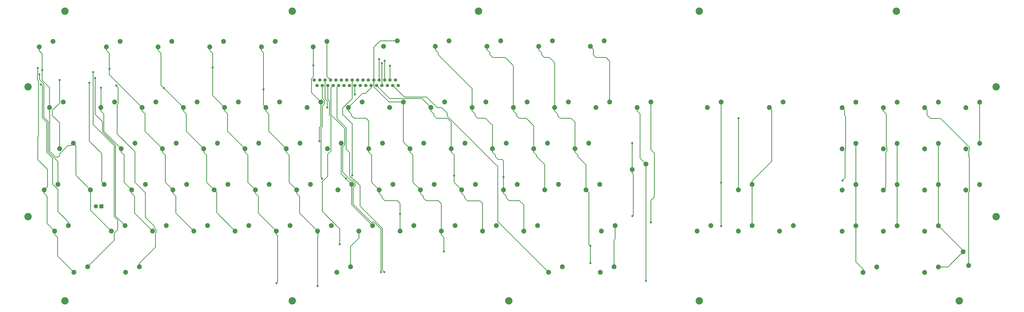
<source format=gbr>
G04 #@! TF.GenerationSoftware,KiCad,Pcbnew,(5.1.0-0)*
G04 #@! TF.CreationDate,2019-04-14T21:30:17+10:00*
G04 #@! TF.ProjectId,A1200KB,41313230-304b-4422-9e6b-696361645f70,rev?*
G04 #@! TF.SameCoordinates,Original*
G04 #@! TF.FileFunction,Copper,L2,Bot*
G04 #@! TF.FilePolarity,Positive*
%FSLAX46Y46*%
G04 Gerber Fmt 4.6, Leading zero omitted, Abs format (unit mm)*
G04 Created by KiCad (PCBNEW (5.1.0-0)) date 2019-04-14 21:30:17*
%MOMM*%
%LPD*%
G04 APERTURE LIST*
%ADD10C,2.250000*%
%ADD11C,3.400000*%
%ADD12C,1.524000*%
%ADD13C,1.905000*%
%ADD14R,1.905000X1.905000*%
%ADD15C,1.000000*%
%ADD16C,0.350000*%
G04 APERTURE END LIST*
D10*
X182196000Y-34304000D03*
X188546000Y-31764000D03*
X205564000Y-98118000D03*
X199214000Y-100658000D03*
X156034000Y-31990000D03*
X149684000Y-34530000D03*
D11*
X240000000Y-152000000D03*
X140000000Y-18000000D03*
X35000000Y-18000000D03*
X419000000Y-18000000D03*
X328000000Y-18000000D03*
X226000000Y-18000000D03*
X465000000Y-113000000D03*
X465000000Y-53000000D03*
X448000000Y-152000000D03*
X328000000Y-152000000D03*
X140000000Y-152000000D03*
X35000000Y-152000000D03*
X18000000Y-113000000D03*
X18000000Y-53000000D03*
D10*
X297004000Y-91260000D03*
X303354000Y-88720000D03*
X400266000Y-79122000D03*
X393916000Y-81662000D03*
X419316000Y-117222000D03*
X412966000Y-119762000D03*
X153240000Y-60018000D03*
X146890000Y-62558000D03*
X29542000Y-32018000D03*
X23192000Y-34558000D03*
X57990000Y-60018000D03*
X51640000Y-62558000D03*
X77040000Y-60018000D03*
X70690000Y-62558000D03*
X96090000Y-60018000D03*
X89740000Y-62558000D03*
X115140000Y-60018000D03*
X108790000Y-62558000D03*
X134190000Y-60018000D03*
X127840000Y-62558000D03*
X172290000Y-60018000D03*
X165940000Y-62558000D03*
X191340000Y-60018000D03*
X184990000Y-62558000D03*
X210390000Y-60018000D03*
X204040000Y-62558000D03*
X229440000Y-60018000D03*
X223090000Y-62558000D03*
X248490000Y-60018000D03*
X242140000Y-62558000D03*
X267540000Y-60018000D03*
X261190000Y-62558000D03*
X286590000Y-60018000D03*
X280240000Y-62558000D03*
X305640000Y-60018000D03*
X299290000Y-62558000D03*
X400266000Y-60072000D03*
X393916000Y-62612000D03*
X419316000Y-60072000D03*
X412966000Y-62612000D03*
X438366000Y-60072000D03*
X432016000Y-62612000D03*
X457416000Y-60072000D03*
X451066000Y-62612000D03*
X67388000Y-79068000D03*
X61038000Y-81608000D03*
X86438000Y-79068000D03*
X80088000Y-81608000D03*
X105488000Y-79068000D03*
X99138000Y-81608000D03*
X124538000Y-79068000D03*
X118188000Y-81608000D03*
X143588000Y-79068000D03*
X137238000Y-81608000D03*
X162638000Y-79068000D03*
X156288000Y-81608000D03*
X181688000Y-79068000D03*
X175338000Y-81608000D03*
X200738000Y-79068000D03*
X194388000Y-81608000D03*
X219788000Y-79068000D03*
X213438000Y-81608000D03*
X238838000Y-79068000D03*
X232488000Y-81608000D03*
X257888000Y-79068000D03*
X251538000Y-81608000D03*
X276938000Y-79068000D03*
X270588000Y-81608000D03*
X419316000Y-79122000D03*
X412966000Y-81662000D03*
X438366000Y-79122000D03*
X432016000Y-81662000D03*
X457416000Y-79122000D03*
X451066000Y-81662000D03*
X72214000Y-98118000D03*
X65864000Y-100658000D03*
X91264000Y-98118000D03*
X84914000Y-100658000D03*
X110314000Y-98118000D03*
X103964000Y-100658000D03*
X129364000Y-98118000D03*
X123014000Y-100658000D03*
X148414000Y-98118000D03*
X142064000Y-100658000D03*
X167464000Y-98118000D03*
X161114000Y-100658000D03*
X186514000Y-98118000D03*
X180164000Y-100658000D03*
X224614000Y-98118000D03*
X218264000Y-100658000D03*
X243918000Y-98118000D03*
X237568000Y-100658000D03*
X262968000Y-98118000D03*
X256618000Y-100658000D03*
X282018000Y-98118000D03*
X275668000Y-100658000D03*
X352384000Y-98118000D03*
X346034000Y-100658000D03*
X400266000Y-98172000D03*
X393916000Y-100712000D03*
X419316000Y-98172000D03*
X412966000Y-100712000D03*
X438366000Y-98172000D03*
X432016000Y-100712000D03*
X457416000Y-98172000D03*
X451066000Y-100712000D03*
X62816000Y-117168000D03*
X56466000Y-119708000D03*
X81866000Y-117168000D03*
X75516000Y-119708000D03*
X100916000Y-117168000D03*
X94566000Y-119708000D03*
X119966000Y-117168000D03*
X113616000Y-119708000D03*
X139016000Y-117168000D03*
X132666000Y-119708000D03*
X158066000Y-117168000D03*
X151716000Y-119708000D03*
X177116000Y-117168000D03*
X170766000Y-119708000D03*
X196166000Y-117168000D03*
X189816000Y-119708000D03*
X208870000Y-119710000D03*
X215220000Y-117170000D03*
X234260000Y-117190000D03*
X227910000Y-119730000D03*
X253316000Y-117168000D03*
X246966000Y-119708000D03*
X333334000Y-117168000D03*
X326984000Y-119708000D03*
X352384000Y-117168000D03*
X346034000Y-119708000D03*
X371434000Y-117168000D03*
X365084000Y-119708000D03*
X400266000Y-117222000D03*
X393916000Y-119762000D03*
X438366000Y-117222000D03*
X432016000Y-119762000D03*
X438366000Y-136272000D03*
X432016000Y-138812000D03*
X366658000Y-60004000D03*
X360308000Y-62544000D03*
X34212000Y-60018000D03*
X27862000Y-62558000D03*
X338062000Y-60004000D03*
X331712000Y-62544000D03*
X264746000Y-136218000D03*
X258396000Y-138758000D03*
D12*
X150160000Y-49890000D03*
X151410000Y-52390000D03*
X152660000Y-49890000D03*
X153910000Y-52390000D03*
X155160000Y-49890000D03*
X156410000Y-52390000D03*
X157660000Y-49890000D03*
X158910000Y-52390000D03*
X160160000Y-49890000D03*
X161410000Y-52390000D03*
X162660000Y-49890000D03*
X163910000Y-52390000D03*
X165160000Y-49890000D03*
X166410000Y-52390000D03*
X167660000Y-49890000D03*
X168910000Y-52390000D03*
X170160000Y-49890000D03*
X171410000Y-52390000D03*
X172660000Y-49890000D03*
X173910000Y-52390000D03*
X175160000Y-49890000D03*
X176410000Y-52390000D03*
X177660000Y-49890000D03*
X178910000Y-52390000D03*
X180160000Y-49890000D03*
X181410000Y-52390000D03*
X182660000Y-49890000D03*
X183910000Y-52390000D03*
X185160000Y-49890000D03*
X186410000Y-52390000D03*
X187660000Y-49890000D03*
X188910000Y-52390000D03*
D10*
X54180000Y-34558000D03*
X60530000Y-32018000D03*
X78056000Y-34530000D03*
X84406000Y-31990000D03*
X108282000Y-32018000D03*
X101932000Y-34558000D03*
X125808000Y-34530000D03*
X132158000Y-31990000D03*
X212422000Y-31764000D03*
X206072000Y-34304000D03*
X229948000Y-34304000D03*
X236298000Y-31764000D03*
X260174000Y-31764000D03*
X253824000Y-34304000D03*
X277700000Y-34304000D03*
X284050000Y-31764000D03*
X32590000Y-81608000D03*
X38940000Y-79068000D03*
X31828000Y-98118000D03*
X25478000Y-100658000D03*
X53164000Y-98118000D03*
X46814000Y-100658000D03*
D13*
X49354000Y-108278000D03*
D14*
X51894000Y-108278000D03*
D10*
X30304000Y-119708000D03*
X36654000Y-117168000D03*
X282780000Y-119708000D03*
X289130000Y-117168000D03*
X449796000Y-129314000D03*
X452336000Y-135664000D03*
X45544000Y-136218000D03*
X39194000Y-138758000D03*
X63070000Y-138758000D03*
X69420000Y-136218000D03*
X160606000Y-138758000D03*
X166956000Y-136218000D03*
X282272000Y-138758000D03*
X288622000Y-136218000D03*
X403568000Y-138812000D03*
X409918000Y-136272000D03*
D15*
X24505001Y-45264999D03*
X167650000Y-93950000D03*
X55550000Y-44700000D03*
X80771000Y-53589000D03*
X103273099Y-44096901D03*
X132721099Y-143778901D03*
X126715001Y-54154999D03*
X151680000Y-145150000D03*
X149764001Y-43105999D03*
X164830000Y-95450000D03*
X152550000Y-78160000D03*
X210050000Y-129220000D03*
X237568000Y-94742000D03*
X180160000Y-40210000D03*
X181400000Y-42070000D03*
X277630000Y-126560000D03*
X277660000Y-134540000D03*
X182660000Y-40950000D03*
X303300000Y-142720000D03*
X185160000Y-43260000D03*
X22480000Y-44290000D03*
X161956001Y-125783999D03*
X156180000Y-62550000D03*
X346073099Y-67566901D03*
X51670000Y-53390000D03*
X394080000Y-96360000D03*
X168915000Y-56575000D03*
X189816000Y-111784000D03*
X181006001Y-138696001D03*
X32530000Y-49890000D03*
X297015000Y-112775000D03*
X297004000Y-78984000D03*
X182520000Y-138670000D03*
X46307249Y-51152751D03*
X338062000Y-117468000D03*
X338062000Y-97348000D03*
X23250000Y-47280000D03*
X49019999Y-48909999D03*
X305600000Y-115760000D03*
X23900000Y-51900000D03*
X153830000Y-95460000D03*
X48040000Y-46240000D03*
X58680000Y-52410000D03*
X214779099Y-94040901D03*
D16*
X156034000Y-48264000D02*
X157660000Y-49890000D01*
X156034000Y-31990000D02*
X156034000Y-48264000D01*
X24533099Y-37711097D02*
X24533099Y-49983099D01*
X23192000Y-36369998D02*
X24533099Y-37711097D01*
X23192000Y-34558000D02*
X23192000Y-36369998D01*
X27862000Y-53312000D02*
X27862000Y-62558000D01*
X24533099Y-49983099D02*
X27862000Y-53312000D01*
X45689001Y-99533001D02*
X46814000Y-100658000D01*
X40064999Y-93908999D02*
X45689001Y-99533001D01*
X40064999Y-80192999D02*
X40064999Y-93908999D01*
X38940000Y-79068000D02*
X40064999Y-80192999D01*
X46894001Y-110136001D02*
X56466000Y-119708000D01*
X46894001Y-102549999D02*
X46894001Y-110136001D01*
X46814000Y-102469998D02*
X46894001Y-102549999D01*
X46814000Y-100658000D02*
X46814000Y-102469998D01*
X27862000Y-64148990D02*
X27862000Y-62558000D01*
X27942001Y-64228991D02*
X27862000Y-64148990D01*
X27942001Y-82768003D02*
X27942001Y-64228991D01*
X30671999Y-85498001D02*
X27942001Y-82768003D01*
X31968001Y-85498001D02*
X30671999Y-85498001D01*
X32670001Y-84796001D02*
X31968001Y-85498001D01*
X36373003Y-80192999D02*
X32670001Y-83896001D01*
X37815001Y-80192999D02*
X36373003Y-80192999D01*
X32670001Y-83896001D02*
X32670001Y-84796001D01*
X38940000Y-79068000D02*
X37815001Y-80192999D01*
X167660000Y-58469998D02*
X167660000Y-49890000D01*
X163319999Y-62809999D02*
X167660000Y-58469998D01*
X163319999Y-65746001D02*
X163319999Y-62809999D01*
X167650000Y-70076002D02*
X163319999Y-65746001D01*
X167650000Y-93950000D02*
X167650000Y-70076002D01*
X55531099Y-47399099D02*
X69565001Y-61433001D01*
X69565001Y-61433001D02*
X70690000Y-62558000D01*
X55531099Y-37500089D02*
X55531099Y-47399099D01*
X54180000Y-36148990D02*
X55531099Y-37500089D01*
X54180000Y-34558000D02*
X54180000Y-36148990D01*
X78963001Y-80483001D02*
X80088000Y-81608000D01*
X72031099Y-73551099D02*
X78963001Y-80483001D01*
X72031099Y-65490089D02*
X72031099Y-73551099D01*
X70690000Y-64148990D02*
X72031099Y-65490089D01*
X70690000Y-62558000D02*
X70690000Y-64148990D01*
X81429099Y-97173099D02*
X83789001Y-99533001D01*
X81429099Y-84540089D02*
X81429099Y-97173099D01*
X80088000Y-83198990D02*
X81429099Y-84540089D01*
X83789001Y-99533001D02*
X84914000Y-100658000D01*
X80088000Y-81608000D02*
X80088000Y-83198990D01*
X86255099Y-111397099D02*
X93441001Y-118583001D01*
X93441001Y-118583001D02*
X94566000Y-119708000D01*
X86255099Y-103590089D02*
X86255099Y-111397099D01*
X84914000Y-102248990D02*
X86255099Y-103590089D01*
X84914000Y-100658000D02*
X84914000Y-102248990D01*
X88615001Y-61433001D02*
X89740000Y-62558000D01*
X79397099Y-37462089D02*
X79397099Y-52215099D01*
X79397099Y-52215099D02*
X80771000Y-53589000D01*
X78056000Y-36120990D02*
X79397099Y-37462089D01*
X78056000Y-34530000D02*
X78056000Y-36120990D01*
X91081099Y-73551099D02*
X98013001Y-80483001D01*
X91081099Y-65490089D02*
X91081099Y-73551099D01*
X89740000Y-64148990D02*
X91081099Y-65490089D01*
X98013001Y-80483001D02*
X99138000Y-81608000D01*
X89740000Y-62558000D02*
X89740000Y-64148990D01*
X100479099Y-97173099D02*
X102839001Y-99533001D01*
X100479099Y-84540089D02*
X100479099Y-97173099D01*
X99138000Y-83198990D02*
X100479099Y-84540089D01*
X102839001Y-99533001D02*
X103964000Y-100658000D01*
X99138000Y-81608000D02*
X99138000Y-83198990D01*
X112491001Y-118583001D02*
X113616000Y-119708000D01*
X105088999Y-111180999D02*
X112491001Y-118583001D01*
X105088999Y-101782999D02*
X105088999Y-111180999D01*
X103964000Y-100658000D02*
X105088999Y-101782999D01*
X80771000Y-53589000D02*
X88615001Y-61433001D01*
X107665001Y-61433001D02*
X108790000Y-62558000D01*
X103273099Y-57041099D02*
X107665001Y-61433001D01*
X103273099Y-37490089D02*
X103273099Y-44096901D01*
X101932000Y-36148990D02*
X103273099Y-37490089D01*
X101932000Y-34558000D02*
X101932000Y-36148990D01*
X110131099Y-73551099D02*
X117063001Y-80483001D01*
X110131099Y-65490089D02*
X110131099Y-73551099D01*
X117063001Y-80483001D02*
X118188000Y-81608000D01*
X108790000Y-64148990D02*
X110131099Y-65490089D01*
X108790000Y-62558000D02*
X108790000Y-64148990D01*
X119529099Y-84540089D02*
X119529099Y-97173099D01*
X118188000Y-83198990D02*
X119529099Y-84540089D01*
X121889001Y-99533001D02*
X123014000Y-100658000D01*
X119529099Y-97173099D02*
X121889001Y-99533001D01*
X118188000Y-81608000D02*
X118188000Y-83198990D01*
X131541001Y-118583001D02*
X132666000Y-119708000D01*
X124355099Y-103590089D02*
X124355099Y-111397099D01*
X123014000Y-102248990D02*
X124355099Y-103590089D01*
X124355099Y-111397099D02*
X131541001Y-118583001D01*
X123014000Y-100658000D02*
X123014000Y-102248990D01*
X103273099Y-44096901D02*
X103273099Y-57041099D01*
X133221098Y-143278902D02*
X132721099Y-143778901D01*
X133221098Y-121854088D02*
X133221098Y-143278902D01*
X132666000Y-121298990D02*
X133221098Y-121854088D01*
X132666000Y-119708000D02*
X132666000Y-121298990D01*
X125808000Y-36341998D02*
X126715001Y-37248999D01*
X126715001Y-61433001D02*
X127840000Y-62558000D01*
X126715001Y-37248999D02*
X126715001Y-54154999D01*
X125808000Y-34530000D02*
X125808000Y-36341998D01*
X136113001Y-80483001D02*
X137238000Y-81608000D01*
X129181099Y-73551099D02*
X136113001Y-80483001D01*
X127840000Y-64148990D02*
X129181099Y-65490089D01*
X129181099Y-65490089D02*
X129181099Y-73551099D01*
X127840000Y-62558000D02*
X127840000Y-64148990D01*
X140939001Y-99533001D02*
X142064000Y-100658000D01*
X138579099Y-97173099D02*
X140939001Y-99533001D01*
X138579099Y-84540089D02*
X138579099Y-97173099D01*
X137238000Y-83198990D02*
X138579099Y-84540089D01*
X137238000Y-81608000D02*
X137238000Y-83198990D01*
X143405099Y-111397099D02*
X150591001Y-118583001D01*
X143405099Y-103590089D02*
X143405099Y-111397099D01*
X150591001Y-118583001D02*
X151716000Y-119708000D01*
X142064000Y-102248990D02*
X143405099Y-103590089D01*
X142064000Y-100658000D02*
X142064000Y-102248990D01*
X126715001Y-54154999D02*
X126715001Y-61433001D01*
X151830000Y-120940000D02*
X151716000Y-120826000D01*
X151716000Y-120826000D02*
X151716000Y-119708000D01*
X151830000Y-122862002D02*
X151830000Y-120940000D01*
X151680000Y-123012002D02*
X151830000Y-122862002D01*
X151680000Y-145150000D02*
X151680000Y-123012002D01*
X152115001Y-58893001D02*
X153240000Y-60018000D01*
X148922999Y-49296239D02*
X148922999Y-55700999D01*
X148922999Y-55700999D02*
X152115001Y-58893001D01*
X149764001Y-36200991D02*
X149764001Y-43105999D01*
X149684000Y-36120990D02*
X149764001Y-36200991D01*
X149764001Y-48455237D02*
X148922999Y-49296239D01*
X149684000Y-34530000D02*
X149684000Y-36120990D01*
X153240000Y-60018000D02*
X153240000Y-69670000D01*
X162638000Y-93292000D02*
X167464000Y-98118000D01*
X162638000Y-79068000D02*
X162638000Y-93292000D01*
X167464000Y-107516000D02*
X177116000Y-117168000D01*
X167464000Y-98118000D02*
X167464000Y-107516000D01*
X149764001Y-43105999D02*
X149764001Y-48455237D01*
X153240000Y-69670000D02*
X153240000Y-69670000D01*
X153240000Y-71140750D02*
X153240000Y-69670000D01*
X152550000Y-71830750D02*
X153240000Y-71140750D01*
X152550000Y-78160000D02*
X152550000Y-71830750D01*
X191340000Y-78560000D02*
X194388000Y-81608000D01*
X191340000Y-60018000D02*
X191340000Y-78560000D01*
X198089001Y-99533001D02*
X199214000Y-100658000D01*
X195729099Y-97173099D02*
X198089001Y-99533001D01*
X195729099Y-84540089D02*
X195729099Y-97173099D01*
X194388000Y-83198990D02*
X195729099Y-84540089D01*
X194388000Y-81608000D02*
X194388000Y-83198990D01*
X201838927Y-105666901D02*
X205233099Y-105666901D01*
X200555099Y-104383073D02*
X201838927Y-105666901D01*
X200555099Y-103590089D02*
X200555099Y-104383073D01*
X199214000Y-102248990D02*
X200555099Y-103590089D01*
X199214000Y-100658000D02*
X199214000Y-102248990D01*
X205233099Y-105666901D02*
X205236198Y-105670000D01*
X205236198Y-105670000D02*
X207480000Y-105670000D01*
X208870000Y-107060000D02*
X208870000Y-119710000D01*
X207480000Y-105670000D02*
X208870000Y-107060000D01*
X208870000Y-121521998D02*
X210050000Y-122701998D01*
X208870000Y-119710000D02*
X208870000Y-121521998D01*
X210050000Y-122701998D02*
X210050000Y-123273974D01*
X210050000Y-123273974D02*
X210050000Y-129220000D01*
X210050000Y-129220000D02*
X210050000Y-129220000D01*
X189749010Y-60018000D02*
X191340000Y-60018000D01*
X184707238Y-60018000D02*
X189749010Y-60018000D01*
X177660000Y-52970762D02*
X184707238Y-60018000D01*
X177660000Y-49890000D02*
X177660000Y-52970762D01*
X177660000Y-48812370D02*
X177660000Y-49890000D01*
X180566000Y-31764000D02*
X177660000Y-34670000D01*
X177660000Y-34670000D02*
X177660000Y-48812370D01*
X188546000Y-31764000D02*
X180566000Y-31764000D01*
X223090000Y-53861974D02*
X223090000Y-62558000D01*
X207413099Y-37236089D02*
X207413099Y-38185073D01*
X206072000Y-35894990D02*
X207413099Y-37236089D01*
X207413099Y-38185073D02*
X223090000Y-53861974D01*
X206072000Y-34304000D02*
X206072000Y-35894990D01*
X224431099Y-66283073D02*
X225714927Y-67566901D01*
X224431099Y-65490089D02*
X224431099Y-66283073D01*
X223090000Y-64148990D02*
X224431099Y-65490089D01*
X225714927Y-67566901D02*
X229243099Y-67566901D01*
X223090000Y-62558000D02*
X223090000Y-64148990D01*
X229243099Y-67566901D02*
X232490000Y-70813802D01*
X232488000Y-70815802D02*
X232488000Y-81608000D01*
X232490000Y-70813802D02*
X232488000Y-70815802D01*
X237568000Y-87148000D02*
X237568000Y-94742000D01*
X237036901Y-86616901D02*
X237568000Y-87148000D01*
X233829099Y-84540089D02*
X233829099Y-85333073D01*
X232488000Y-83198990D02*
X233829099Y-84540089D01*
X235112927Y-86616901D02*
X237036901Y-86616901D01*
X233829099Y-85333073D02*
X235112927Y-86616901D01*
X232488000Y-81608000D02*
X232488000Y-83198990D01*
X238909099Y-104383073D02*
X240192927Y-105666901D01*
X240192927Y-105666901D02*
X244933099Y-105666901D01*
X238909099Y-103590089D02*
X238909099Y-104383073D01*
X237568000Y-102248990D02*
X238909099Y-103590089D01*
X237568000Y-100658000D02*
X237568000Y-102248990D01*
X244933099Y-105666901D02*
X246970000Y-107703802D01*
X246966000Y-107707802D02*
X246966000Y-119708000D01*
X246970000Y-107703802D02*
X246966000Y-107707802D01*
X237568000Y-94742000D02*
X237568000Y-100658000D01*
X180160000Y-49890000D02*
X180160000Y-40210000D01*
X180160000Y-40210000D02*
X180160000Y-40210000D01*
X242140000Y-43220000D02*
X242140000Y-62558000D01*
X238388901Y-39468901D02*
X242140000Y-43220000D01*
X232538901Y-39468901D02*
X238388901Y-39468901D01*
X231289099Y-38219099D02*
X232538901Y-39468901D01*
X229948000Y-35894990D02*
X231289099Y-37236089D01*
X231289099Y-37236089D02*
X231289099Y-38219099D01*
X229948000Y-34304000D02*
X229948000Y-35894990D01*
X251538000Y-71001802D02*
X251538000Y-81608000D01*
X248103099Y-67566901D02*
X251538000Y-71001802D01*
X242140000Y-62558000D02*
X242140000Y-64148990D01*
X244764927Y-67566901D02*
X248103099Y-67566901D01*
X243481099Y-66283073D02*
X244764927Y-67566901D01*
X243481099Y-65490089D02*
X243481099Y-66283073D01*
X242140000Y-64148990D02*
X243481099Y-65490089D01*
X256618000Y-89008000D02*
X256618000Y-100658000D01*
X252879099Y-84540089D02*
X252879099Y-85269099D01*
X251538000Y-83198990D02*
X252879099Y-84540089D01*
X252879099Y-85269099D02*
X256618000Y-89008000D01*
X251538000Y-81608000D02*
X251538000Y-83198990D01*
X181410000Y-49309238D02*
X181400000Y-49299238D01*
X181410000Y-52390000D02*
X181410000Y-49309238D01*
X181400000Y-49299238D02*
X181400000Y-42070000D01*
X181400000Y-42070000D02*
X181400000Y-42070000D01*
X261190000Y-41839828D02*
X261190000Y-62558000D01*
X258819073Y-39468901D02*
X261190000Y-41839828D01*
X255165099Y-38185073D02*
X256448927Y-39468901D01*
X255165099Y-37236089D02*
X255165099Y-38185073D01*
X253824000Y-34304000D02*
X253824000Y-35894990D01*
X253824000Y-35894990D02*
X255165099Y-37236089D01*
X256448927Y-39468901D02*
X258819073Y-39468901D01*
X263814927Y-67566901D02*
X266643099Y-67566901D01*
X262531099Y-66283073D02*
X263814927Y-67566901D01*
X261190000Y-64148990D02*
X262531099Y-65490089D01*
X262531099Y-65490089D02*
X262531099Y-66283073D01*
X261190000Y-62558000D02*
X261190000Y-64148990D01*
X266643099Y-67566901D02*
X266646198Y-67570000D01*
X266646198Y-67570000D02*
X268760000Y-67570000D01*
X268760000Y-67570000D02*
X270600000Y-69410000D01*
X270588000Y-69422000D02*
X270588000Y-81608000D01*
X270600000Y-69410000D02*
X270588000Y-69422000D01*
X275668000Y-89075974D02*
X275668000Y-100658000D01*
X271929099Y-85333073D02*
X275670000Y-89073974D01*
X271929099Y-84540089D02*
X271929099Y-85333073D01*
X275670000Y-89073974D02*
X275668000Y-89075974D01*
X270588000Y-83198990D02*
X271929099Y-84540089D01*
X270588000Y-81608000D02*
X270588000Y-83198990D01*
X276792999Y-101782999D02*
X275668000Y-100658000D01*
X277009099Y-101999099D02*
X276792999Y-101782999D01*
X277009099Y-125939099D02*
X277009099Y-101999099D01*
X277630000Y-126560000D02*
X277009099Y-125939099D01*
X277630000Y-134510000D02*
X277660000Y-134540000D01*
X277630000Y-126560000D02*
X277630000Y-134510000D01*
X182660000Y-49890000D02*
X182660000Y-40950000D01*
X182660000Y-40950000D02*
X182660000Y-40950000D01*
X286590000Y-41100000D02*
X286590000Y-60018000D01*
X280326026Y-39470000D02*
X284960000Y-39470000D01*
X284960000Y-39470000D02*
X286590000Y-41100000D01*
X279041099Y-38185073D02*
X280326026Y-39470000D01*
X279041099Y-35645099D02*
X279041099Y-38185073D01*
X277700000Y-34304000D02*
X279041099Y-35645099D01*
X302229001Y-87595001D02*
X303354000Y-88720000D01*
X300631099Y-65490089D02*
X300631099Y-85997099D01*
X299290000Y-64148990D02*
X300631099Y-65490089D01*
X300631099Y-85997099D02*
X302229001Y-87595001D01*
X299290000Y-62558000D02*
X299290000Y-64148990D01*
X303300000Y-88774000D02*
X303354000Y-88720000D01*
X303300000Y-142720000D02*
X303300000Y-88774000D01*
X352384000Y-117168000D02*
X352384000Y-98118000D01*
X361432999Y-63668999D02*
X360308000Y-62544000D01*
X361432999Y-87478011D02*
X361432999Y-63668999D01*
X352384000Y-96527010D02*
X361432999Y-87478011D01*
X352384000Y-98118000D02*
X352384000Y-96527010D01*
X185160000Y-49890000D02*
X185160000Y-43260000D01*
X185160000Y-43260000D02*
X185160000Y-43260000D01*
X26819099Y-116223099D02*
X29179001Y-118583001D01*
X29179001Y-118583001D02*
X30304000Y-119708000D01*
X26819099Y-103590089D02*
X26819099Y-116223099D01*
X25478000Y-102248990D02*
X26819099Y-103590089D01*
X25478000Y-100658000D02*
X25478000Y-102248990D01*
X31645099Y-131209099D02*
X38069001Y-137633001D01*
X31645099Y-122640089D02*
X31645099Y-131209099D01*
X30304000Y-121298990D02*
X31645099Y-122640089D01*
X38069001Y-137633001D02*
X39194000Y-138758000D01*
X30304000Y-119708000D02*
X30304000Y-121298990D01*
X26602999Y-99533001D02*
X25478000Y-100658000D01*
X26962651Y-99173349D02*
X26602999Y-99533001D01*
X22494749Y-86750025D02*
X26962651Y-91217927D01*
X22810000Y-50302998D02*
X22810000Y-75888228D01*
X22494749Y-76203479D02*
X22494749Y-86750025D01*
X22274999Y-49767997D02*
X22810000Y-50302998D01*
X26962651Y-91217927D02*
X26962651Y-99173349D01*
X22274999Y-46811999D02*
X22274999Y-49767997D01*
X22480000Y-46606998D02*
X22274999Y-46811999D01*
X22810000Y-75888228D02*
X22494749Y-76203479D01*
X22480000Y-44290000D02*
X22480000Y-46606998D01*
X289130000Y-118758990D02*
X289130000Y-117168000D01*
X288622000Y-123869974D02*
X289130000Y-123361974D01*
X289130000Y-123361974D02*
X289130000Y-118758990D01*
X288622000Y-136218000D02*
X288622000Y-123869974D01*
X202067989Y-57767989D02*
X206929099Y-62629099D01*
X191787989Y-57767989D02*
X202067989Y-57767989D01*
X186410000Y-52390000D02*
X191787989Y-57767989D01*
X257271001Y-137633001D02*
X258396000Y-138758000D01*
X234947999Y-115309999D02*
X257271001Y-137633001D01*
X234947999Y-89938747D02*
X234947999Y-115309999D01*
X211579999Y-65174025D02*
X211579999Y-66570747D01*
X211579999Y-66570747D02*
X234947999Y-89938747D01*
X209035073Y-62629099D02*
X211579999Y-65174025D01*
X206929099Y-62629099D02*
X209035073Y-62629099D01*
X157155001Y-59726495D02*
X157155001Y-66094999D01*
X156410000Y-58981494D02*
X157155001Y-59726495D01*
X156410000Y-52390000D02*
X156410000Y-58981494D01*
X157888001Y-82704025D02*
X156368001Y-84224025D01*
X156368001Y-84224025D02*
X156368001Y-94365001D01*
X157888001Y-66827999D02*
X157888001Y-82704025D01*
X156368001Y-94365001D02*
X153843002Y-96890000D01*
X157155001Y-66094999D02*
X157888001Y-66827999D01*
X161956001Y-118689999D02*
X161956001Y-125783999D01*
X153843002Y-110577000D02*
X161956001Y-118689999D01*
X153843002Y-96890000D02*
X153843002Y-110577000D01*
X161956001Y-125783999D02*
X161956001Y-125783999D01*
X156180000Y-61842894D02*
X156180000Y-62550000D01*
X156180000Y-59670746D02*
X156180000Y-61842894D01*
X155160000Y-58650746D02*
X156180000Y-59670746D01*
X155160000Y-49890000D02*
X155160000Y-58650746D01*
X346073099Y-100618901D02*
X346034000Y-100658000D01*
X346073099Y-67566901D02*
X346073099Y-100618901D01*
X52981099Y-73551099D02*
X59913001Y-80483001D01*
X52981099Y-65490089D02*
X52981099Y-73551099D01*
X59913001Y-80483001D02*
X61038000Y-81608000D01*
X51640000Y-64148990D02*
X52981099Y-65490089D01*
X51640000Y-62558000D02*
X51640000Y-64148990D01*
X62379099Y-84540089D02*
X62379099Y-97173099D01*
X64739001Y-99533001D02*
X65864000Y-100658000D01*
X62379099Y-97173099D02*
X64739001Y-99533001D01*
X61038000Y-83198990D02*
X62379099Y-84540089D01*
X61038000Y-81608000D02*
X61038000Y-83198990D01*
X74391001Y-118583001D02*
X75516000Y-119708000D01*
X67205099Y-111397099D02*
X74391001Y-118583001D01*
X67205099Y-103590089D02*
X67205099Y-111397099D01*
X65864000Y-102248990D02*
X67205099Y-103590089D01*
X65864000Y-100658000D02*
X65864000Y-102248990D01*
X51670000Y-62528000D02*
X51640000Y-62558000D01*
X51670000Y-53390000D02*
X51670000Y-62528000D01*
X395040999Y-63736999D02*
X393916000Y-62612000D01*
X395040999Y-66120973D02*
X395040999Y-63736999D01*
X395516001Y-66595975D02*
X395040999Y-66120973D01*
X395516001Y-82430001D02*
X395516001Y-66595975D01*
X395257099Y-82688903D02*
X395516001Y-82430001D01*
X395257099Y-95182901D02*
X395257099Y-82688903D01*
X394080000Y-96360000D02*
X395257099Y-95182901D01*
X168910000Y-56570000D02*
X168915000Y-56575000D01*
X168910000Y-52390000D02*
X168910000Y-56570000D01*
X414090999Y-83233027D02*
X414090999Y-99587001D01*
X414566001Y-82758025D02*
X414090999Y-83233027D01*
X414566001Y-80893999D02*
X414566001Y-82758025D01*
X414090999Y-99587001D02*
X412966000Y-100712000D01*
X414307099Y-65544089D02*
X414307099Y-80635097D01*
X414307099Y-80635097D02*
X414566001Y-80893999D01*
X412966000Y-64202990D02*
X414307099Y-65544089D01*
X412966000Y-62612000D02*
X412966000Y-64202990D01*
X165940000Y-64148990D02*
X167281099Y-65490089D01*
X165940000Y-62558000D02*
X165940000Y-64148990D01*
X167281099Y-66283073D02*
X168598026Y-67600000D01*
X167281099Y-65490089D02*
X167281099Y-66283073D01*
X168598026Y-67600000D02*
X174130000Y-67600000D01*
X175338000Y-68808000D02*
X175338000Y-81608000D01*
X174130000Y-67600000D02*
X175338000Y-68808000D01*
X176679099Y-97173099D02*
X179039001Y-99533001D01*
X179039001Y-99533001D02*
X180164000Y-100658000D01*
X176679099Y-84540089D02*
X176679099Y-97173099D01*
X175338000Y-83198990D02*
X176679099Y-84540089D01*
X175338000Y-81608000D02*
X175338000Y-83198990D01*
X181505099Y-104383073D02*
X182788927Y-105666901D01*
X181505099Y-103590089D02*
X181505099Y-104383073D01*
X180164000Y-102248990D02*
X181505099Y-103590089D01*
X180164000Y-100658000D02*
X180164000Y-102248990D01*
X182788927Y-105666901D02*
X188476901Y-105666901D01*
X189816000Y-107006000D02*
X189816000Y-111784000D01*
X188476901Y-105666901D02*
X189816000Y-107006000D01*
X176410000Y-53467630D02*
X173810000Y-56067630D01*
X176410000Y-52390000D02*
X176410000Y-53467630D01*
X172430370Y-56067630D02*
X165940000Y-62558000D01*
X173810000Y-56067630D02*
X172430370Y-56067630D01*
X189816000Y-111784000D02*
X189816000Y-119708000D01*
X164238001Y-79871999D02*
X163288010Y-80821990D01*
X157890000Y-65910746D02*
X164238001Y-72258747D01*
X164238001Y-72258747D02*
X164238001Y-79871999D01*
X157890000Y-53410000D02*
X157890000Y-65910746D01*
X158910000Y-52390000D02*
X157890000Y-53410000D01*
X163288010Y-92465008D02*
X165805001Y-94981999D01*
X163288010Y-80821990D02*
X163288010Y-92465008D01*
X165805001Y-94981999D02*
X165805001Y-94985001D01*
X165805001Y-94985001D02*
X167337999Y-96517999D01*
X169064001Y-97349999D02*
X169064001Y-98805999D01*
X169064001Y-98805999D02*
X168114010Y-99755990D01*
X168232001Y-96517999D02*
X169064001Y-97349999D01*
X167337999Y-96517999D02*
X168232001Y-96517999D01*
X168114010Y-99755990D02*
X168114010Y-107246758D01*
X168114010Y-107246758D02*
X171648626Y-110781374D01*
X176435251Y-115567999D02*
X177797999Y-115567999D01*
X171648626Y-110781374D02*
X176435251Y-115567999D01*
X181006001Y-118776001D02*
X181006001Y-138696001D01*
X177797999Y-115567999D02*
X181006001Y-118776001D01*
X181006001Y-138696001D02*
X181006001Y-138696001D01*
X29203099Y-63912927D02*
X29203099Y-66253099D01*
X32530000Y-60586026D02*
X29203099Y-63912927D01*
X32530000Y-49890000D02*
X32530000Y-60586026D01*
X29203099Y-66253099D02*
X32600000Y-69650000D01*
X32590000Y-69660000D02*
X32590000Y-81608000D01*
X32600000Y-69650000D02*
X32590000Y-69660000D01*
X297514999Y-93361989D02*
X297004000Y-92850990D01*
X297514999Y-112275001D02*
X297514999Y-93361989D01*
X297004000Y-92850990D02*
X297004000Y-91260000D01*
X297015000Y-112775000D02*
X297514999Y-112275001D01*
X297004000Y-91260000D02*
X297004000Y-78984000D01*
X297004000Y-78984000D02*
X297004000Y-78984000D01*
X160648001Y-53151999D02*
X160648001Y-67749495D01*
X160648001Y-67749495D02*
X164888011Y-71989505D01*
X161410000Y-52390000D02*
X160648001Y-53151999D01*
X164888011Y-81860009D02*
X166528001Y-83499999D01*
X164888011Y-71989505D02*
X164888011Y-81860009D01*
X166528001Y-83499999D02*
X166528001Y-94218001D01*
X171354001Y-98720747D02*
X171354001Y-103846001D01*
X168177989Y-95867989D02*
X168501243Y-95867989D01*
X166528001Y-94218001D02*
X168177989Y-95867989D01*
X168501243Y-95867989D02*
X171354001Y-98720747D01*
X171354001Y-108204749D02*
X181656011Y-118506759D01*
X171354001Y-103846001D02*
X171354001Y-108204749D01*
X181656011Y-118506759D02*
X181656011Y-137806011D01*
X181656011Y-137806011D02*
X182520000Y-138670000D01*
X182520000Y-138670000D02*
X182560000Y-138710000D01*
X52039001Y-96993001D02*
X52039001Y-83854273D01*
X52039001Y-83854273D02*
X46307249Y-78122521D01*
X53164000Y-98118000D02*
X52039001Y-96993001D01*
X46307249Y-78122521D02*
X46307249Y-51152751D01*
X46307249Y-51152751D02*
X46307249Y-51152751D01*
X338062000Y-60004000D02*
X338062000Y-97348000D01*
X338062000Y-117468000D02*
X338062000Y-117468000D01*
X338062000Y-97348000D02*
X338062000Y-117468000D01*
X27291991Y-83037245D02*
X31828000Y-87573254D01*
X23250000Y-49619252D02*
X25241999Y-51611251D01*
X27291991Y-69071991D02*
X27291991Y-83037245D01*
X25241999Y-67021999D02*
X27291991Y-69071991D01*
X31828000Y-87573254D02*
X31828000Y-98118000D01*
X25241999Y-51611251D02*
X25241999Y-67021999D01*
X23250000Y-47280000D02*
X23250000Y-49619252D01*
X58417999Y-79907251D02*
X52331089Y-73820341D01*
X58417999Y-112769999D02*
X58417999Y-79907251D01*
X62816000Y-117168000D02*
X58417999Y-112769999D01*
X52331089Y-69057091D02*
X49019999Y-65746001D01*
X52331089Y-73820341D02*
X52331089Y-69057091D01*
X49019999Y-65746001D02*
X49019999Y-48909999D01*
X49019999Y-48909999D02*
X49019999Y-48909999D01*
X307244001Y-103909025D02*
X307244001Y-83690975D01*
X307244001Y-83690975D02*
X305640000Y-82086974D01*
X305600000Y-105553026D02*
X307244001Y-103909025D01*
X305640000Y-82086974D02*
X305640000Y-60018000D01*
X305600000Y-115760000D02*
X305600000Y-105553026D01*
X170846001Y-122896001D02*
X170846001Y-121378991D01*
X166956000Y-126786002D02*
X170846001Y-122896001D01*
X170766000Y-121298990D02*
X170766000Y-119708000D01*
X170846001Y-121378991D02*
X170766000Y-121298990D01*
X166956000Y-136218000D02*
X166956000Y-126786002D01*
X29350000Y-98008002D02*
X29350000Y-86014506D01*
X31756901Y-100414903D02*
X29350000Y-98008002D01*
X31756901Y-110679911D02*
X31756901Y-100414903D01*
X36654000Y-115577010D02*
X31756901Y-110679911D01*
X36654000Y-117168000D02*
X36654000Y-115577010D01*
X29350000Y-86014506D02*
X26641981Y-83306487D01*
X26641981Y-69341233D02*
X24591989Y-67291241D01*
X26641981Y-83306487D02*
X26641981Y-69341233D01*
X24591989Y-67291241D02*
X24591989Y-52591989D01*
X24591989Y-52591989D02*
X23900000Y-51900000D01*
X23900000Y-51900000D02*
X23900000Y-51900000D01*
X457416000Y-60072000D02*
X457416000Y-79122000D01*
X400266000Y-79122000D02*
X400266000Y-98172000D01*
X400266000Y-98172000D02*
X400266000Y-117222000D01*
X419316000Y-80712990D02*
X419316000Y-98172000D01*
X419316000Y-79122000D02*
X419316000Y-80712990D01*
X419316000Y-98172000D02*
X419316000Y-117222000D01*
X438366000Y-79122000D02*
X438366000Y-98172000D01*
X438366000Y-98172000D02*
X438366000Y-117222000D01*
X449796000Y-128652000D02*
X449796000Y-129314000D01*
X438366000Y-117222000D02*
X449796000Y-128652000D01*
X400266000Y-118812990D02*
X400266000Y-117222000D01*
X400266000Y-133919010D02*
X400266000Y-118812990D01*
X403568000Y-137221010D02*
X400266000Y-133919010D01*
X403568000Y-138812000D02*
X403568000Y-137221010D01*
X153910000Y-58319998D02*
X153910000Y-52390000D01*
X154840001Y-59249999D02*
X153910000Y-58319998D01*
X154840001Y-60969999D02*
X154840001Y-59249999D01*
X153890010Y-61919990D02*
X154840001Y-60969999D01*
X153890010Y-71409992D02*
X153890010Y-61919990D01*
X153330001Y-71970001D02*
X153890010Y-71409992D01*
X153330001Y-94960001D02*
X153330001Y-71970001D01*
X153830000Y-95460000D02*
X153330001Y-94960001D01*
X442838000Y-136272000D02*
X449796000Y-129314000D01*
X438366000Y-136272000D02*
X442838000Y-136272000D01*
X57767989Y-80176493D02*
X48040000Y-70448504D01*
X57767989Y-113039241D02*
X57767989Y-80176493D01*
X57807099Y-123954901D02*
X57807099Y-120734903D01*
X59380000Y-114651252D02*
X57767989Y-113039241D01*
X45544000Y-136218000D02*
X57807099Y-123954901D01*
X57807099Y-120734903D02*
X59380000Y-119162002D01*
X59380000Y-119162002D02*
X59380000Y-114651252D01*
X48040000Y-70448504D02*
X48040000Y-46240000D01*
X48040000Y-46240000D02*
X48040000Y-46240000D01*
X59179999Y-52909999D02*
X58680000Y-52410000D01*
X59590001Y-53320001D02*
X59179999Y-52909999D01*
X59590001Y-60786001D02*
X59590001Y-53320001D01*
X59179999Y-61196003D02*
X59590001Y-60786001D01*
X59179999Y-74849999D02*
X59179999Y-61196003D01*
X67316901Y-82986901D02*
X59179999Y-74849999D01*
X67316901Y-97186927D02*
X67316901Y-82986901D01*
X72142901Y-102012927D02*
X67316901Y-97186927D01*
X72142901Y-113322901D02*
X72142901Y-102012927D01*
X76284001Y-118107999D02*
X76284001Y-117464001D01*
X69420000Y-134627010D02*
X76857099Y-127189911D01*
X77116001Y-118939999D02*
X76284001Y-118107999D01*
X76284001Y-117464001D02*
X72142901Y-113322901D01*
X77116001Y-120476001D02*
X77116001Y-118939999D01*
X76857099Y-127189911D02*
X76857099Y-120734903D01*
X76857099Y-120734903D02*
X77116001Y-120476001D01*
X69420000Y-136218000D02*
X69420000Y-134627010D01*
X452666001Y-80893999D02*
X439392903Y-67620901D01*
X452666001Y-82430001D02*
X452666001Y-80893999D01*
X452666001Y-101480001D02*
X452666001Y-85645975D01*
X452336000Y-101810002D02*
X452666001Y-101480001D01*
X452407099Y-85387073D02*
X452407099Y-82688903D01*
X452407099Y-82688903D02*
X452666001Y-82430001D01*
X452666001Y-85645975D02*
X452407099Y-85387073D01*
X439392903Y-67620901D02*
X434720901Y-67620901D01*
X452336000Y-135664000D02*
X452336000Y-101810002D01*
X433140999Y-66040999D02*
X433140999Y-63736999D01*
X433140999Y-63736999D02*
X432016000Y-62612000D01*
X434720901Y-67620901D02*
X433140999Y-66040999D01*
X205381099Y-66283073D02*
X206664927Y-67566901D01*
X206664927Y-67566901D02*
X209183099Y-67566901D01*
X205381099Y-65490089D02*
X205381099Y-66283073D01*
X204040000Y-64148990D02*
X205381099Y-65490089D01*
X204040000Y-62558000D02*
X204040000Y-64148990D01*
X209183099Y-67566901D02*
X209190000Y-67560000D01*
X209190000Y-67560000D02*
X211650000Y-67560000D01*
X213438000Y-69348000D02*
X213438000Y-81608000D01*
X211650000Y-67560000D02*
X213438000Y-69348000D01*
X214779099Y-84540089D02*
X214779099Y-94040901D01*
X217139001Y-99533001D02*
X218264000Y-100658000D01*
X214779099Y-97173099D02*
X217139001Y-99533001D01*
X213438000Y-83198990D02*
X214779099Y-84540089D01*
X213438000Y-81608000D02*
X213438000Y-83198990D01*
X219605099Y-103590089D02*
X219605099Y-104383073D01*
X219605099Y-104383073D02*
X220942026Y-105720000D01*
X218264000Y-102248990D02*
X219605099Y-103590089D01*
X218264000Y-100658000D02*
X218264000Y-102248990D01*
X220942026Y-105720000D02*
X226720000Y-105720000D01*
X226720000Y-105720000D02*
X227920000Y-106920000D01*
X227910000Y-106930000D02*
X227910000Y-119730000D01*
X227920000Y-106920000D02*
X227910000Y-106930000D01*
X214779099Y-94040901D02*
X214779099Y-97173099D01*
X202915001Y-61433001D02*
X204040000Y-62558000D01*
X199899999Y-58417999D02*
X202915001Y-61433001D01*
X184937999Y-58417999D02*
X199899999Y-58417999D01*
X178910000Y-52390000D02*
X184937999Y-58417999D01*
M02*

</source>
